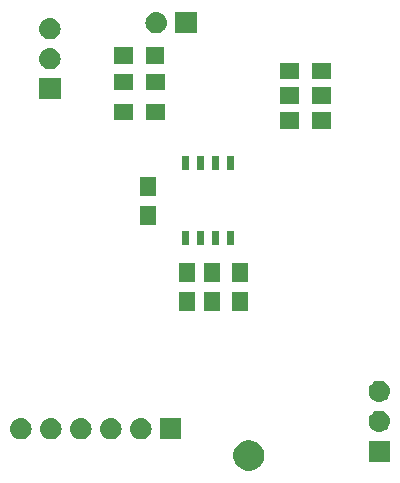
<source format=gbr>
G04 #@! TF.GenerationSoftware,KiCad,Pcbnew,(5.1.4)-1*
G04 #@! TF.CreationDate,2021-01-18T22:47:00+01:00*
G04 #@! TF.ProjectId,Atari XL s-video,41746172-6920-4584-9c20-732d76696465,rev?*
G04 #@! TF.SameCoordinates,Original*
G04 #@! TF.FileFunction,Soldermask,Bot*
G04 #@! TF.FilePolarity,Negative*
%FSLAX46Y46*%
G04 Gerber Fmt 4.6, Leading zero omitted, Abs format (unit mm)*
G04 Created by KiCad (PCBNEW (5.1.4)-1) date 2021-01-18 22:47:00*
%MOMM*%
%LPD*%
G04 APERTURE LIST*
%ADD10C,0.100000*%
G04 APERTURE END LIST*
D10*
G36*
X192479393Y-93465904D02*
G01*
X192716101Y-93563952D01*
X192716103Y-93563953D01*
X192929135Y-93706296D01*
X193110304Y-93887465D01*
X193252647Y-94100497D01*
X193252648Y-94100499D01*
X193350696Y-94337207D01*
X193400680Y-94588493D01*
X193400680Y-94844707D01*
X193350696Y-95095993D01*
X193281933Y-95262000D01*
X193252647Y-95332703D01*
X193110304Y-95545735D01*
X192929135Y-95726904D01*
X192716103Y-95869247D01*
X192716102Y-95869248D01*
X192716101Y-95869248D01*
X192479393Y-95967296D01*
X192228107Y-96017280D01*
X191971893Y-96017280D01*
X191720607Y-95967296D01*
X191483899Y-95869248D01*
X191483898Y-95869248D01*
X191483897Y-95869247D01*
X191270865Y-95726904D01*
X191089696Y-95545735D01*
X190947353Y-95332703D01*
X190918067Y-95262000D01*
X190849304Y-95095993D01*
X190799320Y-94844707D01*
X190799320Y-94588493D01*
X190849304Y-94337207D01*
X190947352Y-94100499D01*
X190947353Y-94100497D01*
X191089696Y-93887465D01*
X191270865Y-93706296D01*
X191483897Y-93563953D01*
X191483899Y-93563952D01*
X191720607Y-93465904D01*
X191971893Y-93415920D01*
X192228107Y-93415920D01*
X192479393Y-93465904D01*
X192479393Y-93465904D01*
G37*
G36*
X204050000Y-95262000D02*
G01*
X202248000Y-95262000D01*
X202248000Y-93460000D01*
X204050000Y-93460000D01*
X204050000Y-95262000D01*
X204050000Y-95262000D01*
G37*
G36*
X186397000Y-93357000D02*
G01*
X184595000Y-93357000D01*
X184595000Y-91555000D01*
X186397000Y-91555000D01*
X186397000Y-93357000D01*
X186397000Y-93357000D01*
G37*
G36*
X172906443Y-91561519D02*
G01*
X172972627Y-91568037D01*
X173142466Y-91619557D01*
X173298991Y-91703222D01*
X173334729Y-91732552D01*
X173436186Y-91815814D01*
X173519448Y-91917271D01*
X173548778Y-91953009D01*
X173632443Y-92109534D01*
X173683963Y-92279373D01*
X173701359Y-92456000D01*
X173683963Y-92632627D01*
X173632443Y-92802466D01*
X173548778Y-92958991D01*
X173519448Y-92994729D01*
X173436186Y-93096186D01*
X173334729Y-93179448D01*
X173298991Y-93208778D01*
X173142466Y-93292443D01*
X172972627Y-93343963D01*
X172906442Y-93350482D01*
X172840260Y-93357000D01*
X172751740Y-93357000D01*
X172685558Y-93350482D01*
X172619373Y-93343963D01*
X172449534Y-93292443D01*
X172293009Y-93208778D01*
X172257271Y-93179448D01*
X172155814Y-93096186D01*
X172072552Y-92994729D01*
X172043222Y-92958991D01*
X171959557Y-92802466D01*
X171908037Y-92632627D01*
X171890641Y-92456000D01*
X171908037Y-92279373D01*
X171959557Y-92109534D01*
X172043222Y-91953009D01*
X172072552Y-91917271D01*
X172155814Y-91815814D01*
X172257271Y-91732552D01*
X172293009Y-91703222D01*
X172449534Y-91619557D01*
X172619373Y-91568037D01*
X172685557Y-91561519D01*
X172751740Y-91555000D01*
X172840260Y-91555000D01*
X172906443Y-91561519D01*
X172906443Y-91561519D01*
G37*
G36*
X175446443Y-91561519D02*
G01*
X175512627Y-91568037D01*
X175682466Y-91619557D01*
X175838991Y-91703222D01*
X175874729Y-91732552D01*
X175976186Y-91815814D01*
X176059448Y-91917271D01*
X176088778Y-91953009D01*
X176172443Y-92109534D01*
X176223963Y-92279373D01*
X176241359Y-92456000D01*
X176223963Y-92632627D01*
X176172443Y-92802466D01*
X176088778Y-92958991D01*
X176059448Y-92994729D01*
X175976186Y-93096186D01*
X175874729Y-93179448D01*
X175838991Y-93208778D01*
X175682466Y-93292443D01*
X175512627Y-93343963D01*
X175446442Y-93350482D01*
X175380260Y-93357000D01*
X175291740Y-93357000D01*
X175225558Y-93350482D01*
X175159373Y-93343963D01*
X174989534Y-93292443D01*
X174833009Y-93208778D01*
X174797271Y-93179448D01*
X174695814Y-93096186D01*
X174612552Y-92994729D01*
X174583222Y-92958991D01*
X174499557Y-92802466D01*
X174448037Y-92632627D01*
X174430641Y-92456000D01*
X174448037Y-92279373D01*
X174499557Y-92109534D01*
X174583222Y-91953009D01*
X174612552Y-91917271D01*
X174695814Y-91815814D01*
X174797271Y-91732552D01*
X174833009Y-91703222D01*
X174989534Y-91619557D01*
X175159373Y-91568037D01*
X175225557Y-91561519D01*
X175291740Y-91555000D01*
X175380260Y-91555000D01*
X175446443Y-91561519D01*
X175446443Y-91561519D01*
G37*
G36*
X180526443Y-91561519D02*
G01*
X180592627Y-91568037D01*
X180762466Y-91619557D01*
X180918991Y-91703222D01*
X180954729Y-91732552D01*
X181056186Y-91815814D01*
X181139448Y-91917271D01*
X181168778Y-91953009D01*
X181252443Y-92109534D01*
X181303963Y-92279373D01*
X181321359Y-92456000D01*
X181303963Y-92632627D01*
X181252443Y-92802466D01*
X181168778Y-92958991D01*
X181139448Y-92994729D01*
X181056186Y-93096186D01*
X180954729Y-93179448D01*
X180918991Y-93208778D01*
X180762466Y-93292443D01*
X180592627Y-93343963D01*
X180526442Y-93350482D01*
X180460260Y-93357000D01*
X180371740Y-93357000D01*
X180305558Y-93350482D01*
X180239373Y-93343963D01*
X180069534Y-93292443D01*
X179913009Y-93208778D01*
X179877271Y-93179448D01*
X179775814Y-93096186D01*
X179692552Y-92994729D01*
X179663222Y-92958991D01*
X179579557Y-92802466D01*
X179528037Y-92632627D01*
X179510641Y-92456000D01*
X179528037Y-92279373D01*
X179579557Y-92109534D01*
X179663222Y-91953009D01*
X179692552Y-91917271D01*
X179775814Y-91815814D01*
X179877271Y-91732552D01*
X179913009Y-91703222D01*
X180069534Y-91619557D01*
X180239373Y-91568037D01*
X180305557Y-91561519D01*
X180371740Y-91555000D01*
X180460260Y-91555000D01*
X180526443Y-91561519D01*
X180526443Y-91561519D01*
G37*
G36*
X183066443Y-91561519D02*
G01*
X183132627Y-91568037D01*
X183302466Y-91619557D01*
X183458991Y-91703222D01*
X183494729Y-91732552D01*
X183596186Y-91815814D01*
X183679448Y-91917271D01*
X183708778Y-91953009D01*
X183792443Y-92109534D01*
X183843963Y-92279373D01*
X183861359Y-92456000D01*
X183843963Y-92632627D01*
X183792443Y-92802466D01*
X183708778Y-92958991D01*
X183679448Y-92994729D01*
X183596186Y-93096186D01*
X183494729Y-93179448D01*
X183458991Y-93208778D01*
X183302466Y-93292443D01*
X183132627Y-93343963D01*
X183066442Y-93350482D01*
X183000260Y-93357000D01*
X182911740Y-93357000D01*
X182845558Y-93350482D01*
X182779373Y-93343963D01*
X182609534Y-93292443D01*
X182453009Y-93208778D01*
X182417271Y-93179448D01*
X182315814Y-93096186D01*
X182232552Y-92994729D01*
X182203222Y-92958991D01*
X182119557Y-92802466D01*
X182068037Y-92632627D01*
X182050641Y-92456000D01*
X182068037Y-92279373D01*
X182119557Y-92109534D01*
X182203222Y-91953009D01*
X182232552Y-91917271D01*
X182315814Y-91815814D01*
X182417271Y-91732552D01*
X182453009Y-91703222D01*
X182609534Y-91619557D01*
X182779373Y-91568037D01*
X182845557Y-91561519D01*
X182911740Y-91555000D01*
X183000260Y-91555000D01*
X183066443Y-91561519D01*
X183066443Y-91561519D01*
G37*
G36*
X177986443Y-91561519D02*
G01*
X178052627Y-91568037D01*
X178222466Y-91619557D01*
X178378991Y-91703222D01*
X178414729Y-91732552D01*
X178516186Y-91815814D01*
X178599448Y-91917271D01*
X178628778Y-91953009D01*
X178712443Y-92109534D01*
X178763963Y-92279373D01*
X178781359Y-92456000D01*
X178763963Y-92632627D01*
X178712443Y-92802466D01*
X178628778Y-92958991D01*
X178599448Y-92994729D01*
X178516186Y-93096186D01*
X178414729Y-93179448D01*
X178378991Y-93208778D01*
X178222466Y-93292443D01*
X178052627Y-93343963D01*
X177986442Y-93350482D01*
X177920260Y-93357000D01*
X177831740Y-93357000D01*
X177765558Y-93350482D01*
X177699373Y-93343963D01*
X177529534Y-93292443D01*
X177373009Y-93208778D01*
X177337271Y-93179448D01*
X177235814Y-93096186D01*
X177152552Y-92994729D01*
X177123222Y-92958991D01*
X177039557Y-92802466D01*
X176988037Y-92632627D01*
X176970641Y-92456000D01*
X176988037Y-92279373D01*
X177039557Y-92109534D01*
X177123222Y-91953009D01*
X177152552Y-91917271D01*
X177235814Y-91815814D01*
X177337271Y-91732552D01*
X177373009Y-91703222D01*
X177529534Y-91619557D01*
X177699373Y-91568037D01*
X177765557Y-91561519D01*
X177831740Y-91555000D01*
X177920260Y-91555000D01*
X177986443Y-91561519D01*
X177986443Y-91561519D01*
G37*
G36*
X203259443Y-90926519D02*
G01*
X203325627Y-90933037D01*
X203495466Y-90984557D01*
X203651991Y-91068222D01*
X203687729Y-91097552D01*
X203789186Y-91180814D01*
X203872448Y-91282271D01*
X203901778Y-91318009D01*
X203985443Y-91474534D01*
X204036963Y-91644373D01*
X204054359Y-91821000D01*
X204036963Y-91997627D01*
X203985443Y-92167466D01*
X203901778Y-92323991D01*
X203872448Y-92359729D01*
X203789186Y-92461186D01*
X203687729Y-92544448D01*
X203651991Y-92573778D01*
X203495466Y-92657443D01*
X203325627Y-92708963D01*
X203259443Y-92715481D01*
X203193260Y-92722000D01*
X203104740Y-92722000D01*
X203038557Y-92715481D01*
X202972373Y-92708963D01*
X202802534Y-92657443D01*
X202646009Y-92573778D01*
X202610271Y-92544448D01*
X202508814Y-92461186D01*
X202425552Y-92359729D01*
X202396222Y-92323991D01*
X202312557Y-92167466D01*
X202261037Y-91997627D01*
X202243641Y-91821000D01*
X202261037Y-91644373D01*
X202312557Y-91474534D01*
X202396222Y-91318009D01*
X202425552Y-91282271D01*
X202508814Y-91180814D01*
X202610271Y-91097552D01*
X202646009Y-91068222D01*
X202802534Y-90984557D01*
X202972373Y-90933037D01*
X203038557Y-90926519D01*
X203104740Y-90920000D01*
X203193260Y-90920000D01*
X203259443Y-90926519D01*
X203259443Y-90926519D01*
G37*
G36*
X203259442Y-88386518D02*
G01*
X203325627Y-88393037D01*
X203495466Y-88444557D01*
X203651991Y-88528222D01*
X203687729Y-88557552D01*
X203789186Y-88640814D01*
X203872448Y-88742271D01*
X203901778Y-88778009D01*
X203985443Y-88934534D01*
X204036963Y-89104373D01*
X204054359Y-89281000D01*
X204036963Y-89457627D01*
X203985443Y-89627466D01*
X203901778Y-89783991D01*
X203872448Y-89819729D01*
X203789186Y-89921186D01*
X203687729Y-90004448D01*
X203651991Y-90033778D01*
X203495466Y-90117443D01*
X203325627Y-90168963D01*
X203259442Y-90175482D01*
X203193260Y-90182000D01*
X203104740Y-90182000D01*
X203038557Y-90175481D01*
X202972373Y-90168963D01*
X202802534Y-90117443D01*
X202646009Y-90033778D01*
X202610271Y-90004448D01*
X202508814Y-89921186D01*
X202425552Y-89819729D01*
X202396222Y-89783991D01*
X202312557Y-89627466D01*
X202261037Y-89457627D01*
X202243641Y-89281000D01*
X202261037Y-89104373D01*
X202312557Y-88934534D01*
X202396222Y-88778009D01*
X202425552Y-88742271D01*
X202508814Y-88640814D01*
X202610271Y-88557552D01*
X202646009Y-88528222D01*
X202802534Y-88444557D01*
X202972373Y-88393037D01*
X203038558Y-88386518D01*
X203104740Y-88380000D01*
X203193260Y-88380000D01*
X203259442Y-88386518D01*
X203259442Y-88386518D01*
G37*
G36*
X192014000Y-82492800D02*
G01*
X190662000Y-82492800D01*
X190662000Y-80890800D01*
X192014000Y-80890800D01*
X192014000Y-82492800D01*
X192014000Y-82492800D01*
G37*
G36*
X189652000Y-82492800D02*
G01*
X188300000Y-82492800D01*
X188300000Y-80890800D01*
X189652000Y-80890800D01*
X189652000Y-82492800D01*
X189652000Y-82492800D01*
G37*
G36*
X187518000Y-82492800D02*
G01*
X186166000Y-82492800D01*
X186166000Y-80890800D01*
X187518000Y-80890800D01*
X187518000Y-82492800D01*
X187518000Y-82492800D01*
G37*
G36*
X192014000Y-79992800D02*
G01*
X190662000Y-79992800D01*
X190662000Y-78390800D01*
X192014000Y-78390800D01*
X192014000Y-79992800D01*
X192014000Y-79992800D01*
G37*
G36*
X189652000Y-79992800D02*
G01*
X188300000Y-79992800D01*
X188300000Y-78390800D01*
X189652000Y-78390800D01*
X189652000Y-79992800D01*
X189652000Y-79992800D01*
G37*
G36*
X187518000Y-79992800D02*
G01*
X186166000Y-79992800D01*
X186166000Y-78390800D01*
X187518000Y-78390800D01*
X187518000Y-79992800D01*
X187518000Y-79992800D01*
G37*
G36*
X187020000Y-76924100D02*
G01*
X186410000Y-76924100D01*
X186410000Y-75679100D01*
X187020000Y-75679100D01*
X187020000Y-76924100D01*
X187020000Y-76924100D01*
G37*
G36*
X188290000Y-76924100D02*
G01*
X187680000Y-76924100D01*
X187680000Y-75679100D01*
X188290000Y-75679100D01*
X188290000Y-76924100D01*
X188290000Y-76924100D01*
G37*
G36*
X189560000Y-76924100D02*
G01*
X188950000Y-76924100D01*
X188950000Y-75679100D01*
X189560000Y-75679100D01*
X189560000Y-76924100D01*
X189560000Y-76924100D01*
G37*
G36*
X190830000Y-76924100D02*
G01*
X190220000Y-76924100D01*
X190220000Y-75679100D01*
X190830000Y-75679100D01*
X190830000Y-76924100D01*
X190830000Y-76924100D01*
G37*
G36*
X184242000Y-75228400D02*
G01*
X182890000Y-75228400D01*
X182890000Y-73626400D01*
X184242000Y-73626400D01*
X184242000Y-75228400D01*
X184242000Y-75228400D01*
G37*
G36*
X184242000Y-72728400D02*
G01*
X182890000Y-72728400D01*
X182890000Y-71126400D01*
X184242000Y-71126400D01*
X184242000Y-72728400D01*
X184242000Y-72728400D01*
G37*
G36*
X187020000Y-70574100D02*
G01*
X186410000Y-70574100D01*
X186410000Y-69329100D01*
X187020000Y-69329100D01*
X187020000Y-70574100D01*
X187020000Y-70574100D01*
G37*
G36*
X188290000Y-70574100D02*
G01*
X187680000Y-70574100D01*
X187680000Y-69329100D01*
X188290000Y-69329100D01*
X188290000Y-70574100D01*
X188290000Y-70574100D01*
G37*
G36*
X189560000Y-70574100D02*
G01*
X188950000Y-70574100D01*
X188950000Y-69329100D01*
X189560000Y-69329100D01*
X189560000Y-70574100D01*
X189560000Y-70574100D01*
G37*
G36*
X190830000Y-70574100D02*
G01*
X190220000Y-70574100D01*
X190220000Y-69329100D01*
X190830000Y-69329100D01*
X190830000Y-70574100D01*
X190830000Y-70574100D01*
G37*
G36*
X199077000Y-67045800D02*
G01*
X197475000Y-67045800D01*
X197475000Y-65643800D01*
X199077000Y-65643800D01*
X199077000Y-67045800D01*
X199077000Y-67045800D01*
G37*
G36*
X196377000Y-67045800D02*
G01*
X194775000Y-67045800D01*
X194775000Y-65643800D01*
X196377000Y-65643800D01*
X196377000Y-67045800D01*
X196377000Y-67045800D01*
G37*
G36*
X184980000Y-66334600D02*
G01*
X183378000Y-66334600D01*
X183378000Y-64932600D01*
X184980000Y-64932600D01*
X184980000Y-66334600D01*
X184980000Y-66334600D01*
G37*
G36*
X182280000Y-66334600D02*
G01*
X180678000Y-66334600D01*
X180678000Y-64932600D01*
X182280000Y-64932600D01*
X182280000Y-66334600D01*
X182280000Y-66334600D01*
G37*
G36*
X199077000Y-64912200D02*
G01*
X197475000Y-64912200D01*
X197475000Y-63510200D01*
X199077000Y-63510200D01*
X199077000Y-64912200D01*
X199077000Y-64912200D01*
G37*
G36*
X196377000Y-64912200D02*
G01*
X194775000Y-64912200D01*
X194775000Y-63510200D01*
X196377000Y-63510200D01*
X196377000Y-64912200D01*
X196377000Y-64912200D01*
G37*
G36*
X176161000Y-64553400D02*
G01*
X174359000Y-64553400D01*
X174359000Y-62751400D01*
X176161000Y-62751400D01*
X176161000Y-64553400D01*
X176161000Y-64553400D01*
G37*
G36*
X184980000Y-63794600D02*
G01*
X183378000Y-63794600D01*
X183378000Y-62392600D01*
X184980000Y-62392600D01*
X184980000Y-63794600D01*
X184980000Y-63794600D01*
G37*
G36*
X182280000Y-63794600D02*
G01*
X180678000Y-63794600D01*
X180678000Y-62392600D01*
X182280000Y-62392600D01*
X182280000Y-63794600D01*
X182280000Y-63794600D01*
G37*
G36*
X196377000Y-62854800D02*
G01*
X194775000Y-62854800D01*
X194775000Y-61452800D01*
X196377000Y-61452800D01*
X196377000Y-62854800D01*
X196377000Y-62854800D01*
G37*
G36*
X199077000Y-62854800D02*
G01*
X197475000Y-62854800D01*
X197475000Y-61452800D01*
X199077000Y-61452800D01*
X199077000Y-62854800D01*
X199077000Y-62854800D01*
G37*
G36*
X175370443Y-60217919D02*
G01*
X175436627Y-60224437D01*
X175606466Y-60275957D01*
X175762991Y-60359622D01*
X175798729Y-60388952D01*
X175900186Y-60472214D01*
X175983448Y-60573671D01*
X176012778Y-60609409D01*
X176096443Y-60765934D01*
X176147963Y-60935773D01*
X176165359Y-61112400D01*
X176147963Y-61289027D01*
X176096443Y-61458866D01*
X176012778Y-61615391D01*
X175983448Y-61651129D01*
X175900186Y-61752586D01*
X175798729Y-61835848D01*
X175762991Y-61865178D01*
X175606466Y-61948843D01*
X175436627Y-62000363D01*
X175370442Y-62006882D01*
X175304260Y-62013400D01*
X175215740Y-62013400D01*
X175149558Y-62006882D01*
X175083373Y-62000363D01*
X174913534Y-61948843D01*
X174757009Y-61865178D01*
X174721271Y-61835848D01*
X174619814Y-61752586D01*
X174536552Y-61651129D01*
X174507222Y-61615391D01*
X174423557Y-61458866D01*
X174372037Y-61289027D01*
X174354641Y-61112400D01*
X174372037Y-60935773D01*
X174423557Y-60765934D01*
X174507222Y-60609409D01*
X174536552Y-60573671D01*
X174619814Y-60472214D01*
X174721271Y-60388952D01*
X174757009Y-60359622D01*
X174913534Y-60275957D01*
X175083373Y-60224437D01*
X175149557Y-60217919D01*
X175215740Y-60211400D01*
X175304260Y-60211400D01*
X175370443Y-60217919D01*
X175370443Y-60217919D01*
G37*
G36*
X184955000Y-61559400D02*
G01*
X183353000Y-61559400D01*
X183353000Y-60157400D01*
X184955000Y-60157400D01*
X184955000Y-61559400D01*
X184955000Y-61559400D01*
G37*
G36*
X182255000Y-61559400D02*
G01*
X180653000Y-61559400D01*
X180653000Y-60157400D01*
X182255000Y-60157400D01*
X182255000Y-61559400D01*
X182255000Y-61559400D01*
G37*
G36*
X175370442Y-57677918D02*
G01*
X175436627Y-57684437D01*
X175606466Y-57735957D01*
X175762991Y-57819622D01*
X175798729Y-57848952D01*
X175900186Y-57932214D01*
X175983448Y-58033671D01*
X176012778Y-58069409D01*
X176096443Y-58225934D01*
X176147963Y-58395773D01*
X176165359Y-58572400D01*
X176147963Y-58749027D01*
X176096443Y-58918866D01*
X176012778Y-59075391D01*
X175983448Y-59111129D01*
X175900186Y-59212586D01*
X175798729Y-59295848D01*
X175762991Y-59325178D01*
X175606466Y-59408843D01*
X175436627Y-59460363D01*
X175370443Y-59466881D01*
X175304260Y-59473400D01*
X175215740Y-59473400D01*
X175149557Y-59466881D01*
X175083373Y-59460363D01*
X174913534Y-59408843D01*
X174757009Y-59325178D01*
X174721271Y-59295848D01*
X174619814Y-59212586D01*
X174536552Y-59111129D01*
X174507222Y-59075391D01*
X174423557Y-58918866D01*
X174372037Y-58749027D01*
X174354641Y-58572400D01*
X174372037Y-58395773D01*
X174423557Y-58225934D01*
X174507222Y-58069409D01*
X174536552Y-58033671D01*
X174619814Y-57932214D01*
X174721271Y-57848952D01*
X174757009Y-57819622D01*
X174913534Y-57735957D01*
X175083373Y-57684437D01*
X175149558Y-57677918D01*
X175215740Y-57671400D01*
X175304260Y-57671400D01*
X175370442Y-57677918D01*
X175370442Y-57677918D01*
G37*
G36*
X184362443Y-57169919D02*
G01*
X184428627Y-57176437D01*
X184598466Y-57227957D01*
X184754991Y-57311622D01*
X184790729Y-57340952D01*
X184892186Y-57424214D01*
X184975448Y-57525671D01*
X185004778Y-57561409D01*
X185088443Y-57717934D01*
X185139963Y-57887773D01*
X185157359Y-58064400D01*
X185139963Y-58241027D01*
X185088443Y-58410866D01*
X185004778Y-58567391D01*
X185000667Y-58572400D01*
X184892186Y-58704586D01*
X184790729Y-58787848D01*
X184754991Y-58817178D01*
X184598466Y-58900843D01*
X184428627Y-58952363D01*
X184362442Y-58958882D01*
X184296260Y-58965400D01*
X184207740Y-58965400D01*
X184141558Y-58958882D01*
X184075373Y-58952363D01*
X183905534Y-58900843D01*
X183749009Y-58817178D01*
X183713271Y-58787848D01*
X183611814Y-58704586D01*
X183503333Y-58572400D01*
X183499222Y-58567391D01*
X183415557Y-58410866D01*
X183364037Y-58241027D01*
X183346641Y-58064400D01*
X183364037Y-57887773D01*
X183415557Y-57717934D01*
X183499222Y-57561409D01*
X183528552Y-57525671D01*
X183611814Y-57424214D01*
X183713271Y-57340952D01*
X183749009Y-57311622D01*
X183905534Y-57227957D01*
X184075373Y-57176437D01*
X184141557Y-57169919D01*
X184207740Y-57163400D01*
X184296260Y-57163400D01*
X184362443Y-57169919D01*
X184362443Y-57169919D01*
G37*
G36*
X187693000Y-58965400D02*
G01*
X185891000Y-58965400D01*
X185891000Y-57163400D01*
X187693000Y-57163400D01*
X187693000Y-58965400D01*
X187693000Y-58965400D01*
G37*
M02*

</source>
